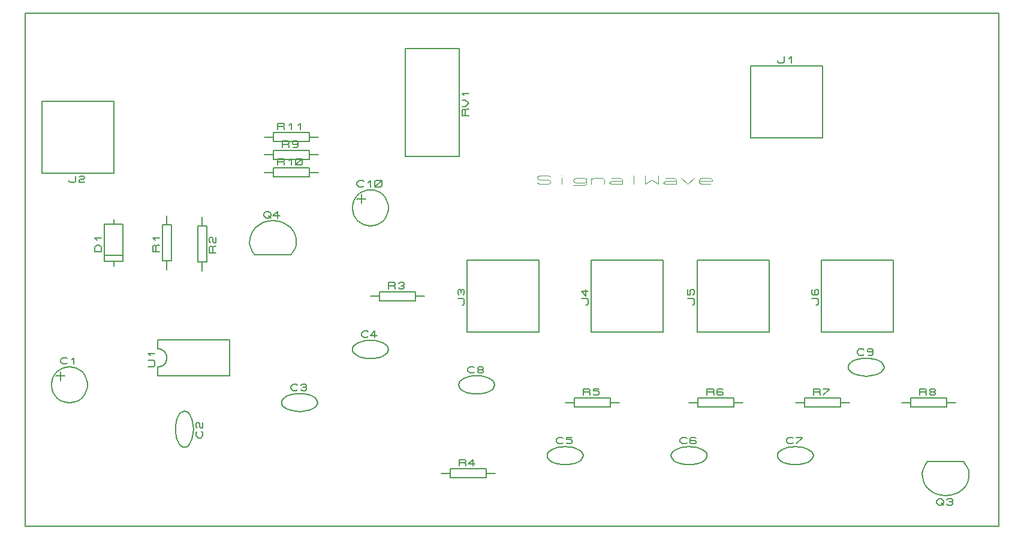
<source format=gbr>
G04 PROTEUS GERBER X2 FILE*
%TF.GenerationSoftware,Labcenter,Proteus,8.13-SP0-Build31525*%
%TF.CreationDate,2022-10-31T03:05:26+00:00*%
%TF.FileFunction,Legend,Top*%
%TF.FilePolarity,Positive*%
%TF.Part,Single*%
%TF.SameCoordinates,{c032f36a-8843-4a41-912d-e50223fc27ad}*%
%FSLAX45Y45*%
%MOMM*%
G01*
%TA.AperFunction,Profile*%
%ADD17C,0.203200*%
%TA.AperFunction,Material*%
%ADD70C,0.203200*%
%ADD71C,0.000010*%
%TD.AperFunction*%
D17*
X-13750000Y+2750000D02*
X+0Y+2750000D01*
X+0Y+10000000D01*
X-13750000Y+10000000D01*
X-13750000Y+2750000D01*
D70*
X-12496000Y+7742000D02*
X-12496000Y+8758000D01*
X-13512000Y+7742000D02*
X-13512000Y+8758000D01*
X-12496000Y+8758000D02*
X-13512000Y+8758000D01*
X-12496000Y+7742000D02*
X-13512000Y+7742000D01*
X-13131000Y+7640400D02*
X-13131000Y+7625160D01*
X-13115125Y+7609920D01*
X-13051625Y+7609920D01*
X-13035750Y+7625160D01*
X-13035750Y+7701360D01*
X-12988125Y+7686120D02*
X-12972250Y+7701360D01*
X-12924625Y+7701360D01*
X-12908750Y+7686120D01*
X-12908750Y+7670880D01*
X-12924625Y+7655640D01*
X-12972250Y+7655640D01*
X-12988125Y+7640400D01*
X-12988125Y+7609920D01*
X-12908750Y+7609920D01*
X-3504000Y+9258000D02*
X-3504000Y+8242000D01*
X-2488000Y+9258000D02*
X-2488000Y+8242000D01*
X-3504000Y+8242000D02*
X-2488000Y+8242000D01*
X-3504000Y+9258000D02*
X-2488000Y+9258000D01*
X-3123000Y+9329120D02*
X-3123000Y+9313880D01*
X-3107125Y+9298640D01*
X-3043625Y+9298640D01*
X-3027750Y+9313880D01*
X-3027750Y+9390080D01*
X-2964250Y+9359600D02*
X-2932500Y+9390080D01*
X-2932500Y+9298640D01*
X-12634620Y+6498920D02*
X-12367920Y+6498920D01*
X-12367920Y+7017080D01*
X-12634620Y+7017080D01*
X-12634620Y+6498920D01*
X-12632080Y+6580200D02*
X-12370460Y+6580200D01*
X-12500000Y+6427800D02*
X-12500000Y+6498920D01*
X-12500000Y+7017080D02*
X-12500000Y+7088200D01*
X-12675260Y+6631000D02*
X-12766700Y+6631000D01*
X-12766700Y+6694500D01*
X-12736220Y+6726250D01*
X-12705740Y+6726250D01*
X-12675260Y+6694500D01*
X-12675260Y+6631000D01*
X-12736220Y+6789750D02*
X-12766700Y+6821500D01*
X-12675260Y+6821500D01*
X-11750000Y+6377000D02*
X-11750000Y+6504000D01*
X-11813500Y+6504000D02*
X-11686500Y+6504000D01*
X-11686500Y+7012000D01*
X-11813500Y+7012000D01*
X-11813500Y+6504000D01*
X-11750000Y+7012000D02*
X-11750000Y+7139000D01*
X-11854140Y+6631000D02*
X-11945580Y+6631000D01*
X-11945580Y+6710375D01*
X-11930340Y+6726250D01*
X-11915100Y+6726250D01*
X-11899860Y+6710375D01*
X-11899860Y+6631000D01*
X-11899860Y+6710375D02*
X-11884620Y+6726250D01*
X-11854140Y+6726250D01*
X-11915100Y+6789750D02*
X-11945580Y+6821500D01*
X-11854140Y+6821500D01*
X-11250000Y+7123000D02*
X-11250000Y+6996000D01*
X-11313500Y+6488000D02*
X-11186500Y+6488000D01*
X-11186500Y+6996000D01*
X-11313500Y+6996000D01*
X-11313500Y+6488000D01*
X-11250000Y+6488000D02*
X-11250000Y+6361000D01*
X-11054420Y+6615000D02*
X-11145860Y+6615000D01*
X-11145860Y+6694375D01*
X-11130620Y+6710250D01*
X-11115380Y+6710250D01*
X-11100140Y+6694375D01*
X-11100140Y+6615000D01*
X-11100140Y+6694375D02*
X-11084900Y+6710250D01*
X-11054420Y+6710250D01*
X-11130620Y+6757875D02*
X-11145860Y+6773750D01*
X-11145860Y+6821375D01*
X-11130620Y+6837250D01*
X-11115380Y+6837250D01*
X-11100140Y+6821375D01*
X-11100140Y+6773750D01*
X-11084900Y+6757875D01*
X-11054420Y+6757875D01*
X-11054420Y+6837250D01*
X-8381000Y+9504000D02*
X-7619000Y+9504000D01*
X-7619000Y+7980000D02*
X-8381000Y+7980000D01*
X-7619000Y+9504000D02*
X-7619000Y+7980000D01*
X-8381000Y+9504000D02*
X-8381000Y+7980000D01*
X-7486920Y+8551500D02*
X-7578360Y+8551500D01*
X-7578360Y+8630875D01*
X-7563120Y+8646750D01*
X-7547880Y+8646750D01*
X-7532640Y+8630875D01*
X-7532640Y+8551500D01*
X-7532640Y+8630875D02*
X-7517400Y+8646750D01*
X-7486920Y+8646750D01*
X-7578360Y+8678500D02*
X-7532640Y+8678500D01*
X-7486920Y+8726125D01*
X-7532640Y+8773750D01*
X-7578360Y+8773750D01*
X-7547880Y+8837250D02*
X-7578360Y+8869000D01*
X-7486920Y+8869000D01*
X-10373000Y+8000000D02*
X-10246000Y+8000000D01*
X-10246000Y+7936500D02*
X-9738000Y+7936500D01*
X-9738000Y+8063500D01*
X-10246000Y+8063500D01*
X-10246000Y+7936500D01*
X-9738000Y+8000000D02*
X-9611000Y+8000000D01*
X-10119000Y+8104140D02*
X-10119000Y+8195580D01*
X-10039625Y+8195580D01*
X-10023750Y+8180340D01*
X-10023750Y+8165100D01*
X-10039625Y+8149860D01*
X-10119000Y+8149860D01*
X-10039625Y+8149860D02*
X-10023750Y+8134620D01*
X-10023750Y+8104140D01*
X-9896750Y+8165100D02*
X-9912625Y+8149860D01*
X-9960250Y+8149860D01*
X-9976125Y+8165100D01*
X-9976125Y+8180340D01*
X-9960250Y+8195580D01*
X-9912625Y+8195580D01*
X-9896750Y+8180340D01*
X-9896750Y+8119380D01*
X-9912625Y+8104140D01*
X-9960250Y+8104140D01*
X-10373000Y+7750000D02*
X-10246000Y+7750000D01*
X-10246000Y+7686500D02*
X-9738000Y+7686500D01*
X-9738000Y+7813500D01*
X-10246000Y+7813500D01*
X-10246000Y+7686500D01*
X-9738000Y+7750000D02*
X-9611000Y+7750000D01*
X-10182500Y+7854140D02*
X-10182500Y+7945580D01*
X-10103125Y+7945580D01*
X-10087250Y+7930340D01*
X-10087250Y+7915100D01*
X-10103125Y+7899860D01*
X-10182500Y+7899860D01*
X-10103125Y+7899860D02*
X-10087250Y+7884620D01*
X-10087250Y+7854140D01*
X-10023750Y+7915100D02*
X-9992000Y+7945580D01*
X-9992000Y+7854140D01*
X-9928500Y+7869380D02*
X-9928500Y+7930340D01*
X-9912625Y+7945580D01*
X-9849125Y+7945580D01*
X-9833250Y+7930340D01*
X-9833250Y+7869380D01*
X-9849125Y+7854140D01*
X-9912625Y+7854140D01*
X-9928500Y+7869380D01*
X-9928500Y+7854140D02*
X-9833250Y+7945580D01*
X-10373000Y+8250000D02*
X-10246000Y+8250000D01*
X-10246000Y+8186500D02*
X-9738000Y+8186500D01*
X-9738000Y+8313500D01*
X-10246000Y+8313500D01*
X-10246000Y+8186500D01*
X-9738000Y+8250000D02*
X-9611000Y+8250000D01*
X-10182500Y+8354140D02*
X-10182500Y+8445580D01*
X-10103125Y+8445580D01*
X-10087250Y+8430340D01*
X-10087250Y+8415100D01*
X-10103125Y+8399860D01*
X-10182500Y+8399860D01*
X-10103125Y+8399860D02*
X-10087250Y+8384620D01*
X-10087250Y+8354140D01*
X-10023750Y+8415100D02*
X-9992000Y+8445580D01*
X-9992000Y+8354140D01*
X-9896750Y+8415100D02*
X-9865000Y+8445580D01*
X-9865000Y+8354140D01*
X-12869000Y+4750000D02*
X-12869827Y+4770483D01*
X-12876545Y+4811450D01*
X-12890563Y+4852417D01*
X-12913341Y+4893384D01*
X-12948141Y+4934229D01*
X-12989108Y+4965845D01*
X-13030075Y+4986392D01*
X-13071042Y+4998629D01*
X-13112009Y+5003762D01*
X-13123000Y+5004000D01*
X-13377000Y+4750000D02*
X-13376173Y+4770483D01*
X-13369455Y+4811450D01*
X-13355437Y+4852417D01*
X-13332659Y+4893384D01*
X-13297859Y+4934229D01*
X-13256892Y+4965845D01*
X-13215925Y+4986392D01*
X-13174958Y+4998629D01*
X-13133991Y+5003762D01*
X-13123000Y+5004000D01*
X-13377000Y+4750000D02*
X-13376173Y+4729517D01*
X-13369455Y+4688550D01*
X-13355437Y+4647583D01*
X-13332659Y+4606616D01*
X-13297859Y+4565771D01*
X-13256892Y+4534155D01*
X-13215925Y+4513608D01*
X-13174958Y+4501371D01*
X-13133991Y+4496238D01*
X-13123000Y+4496000D01*
X-12869000Y+4750000D02*
X-12869827Y+4729517D01*
X-12876545Y+4688550D01*
X-12890563Y+4647583D01*
X-12913341Y+4606616D01*
X-12948141Y+4565771D01*
X-12989108Y+4534155D01*
X-13030075Y+4513608D01*
X-13071042Y+4501371D01*
X-13112009Y+4496238D01*
X-13123000Y+4496000D01*
X-13313500Y+4877000D02*
X-13186500Y+4877000D01*
X-13250000Y+4940500D02*
X-13250000Y+4813500D01*
X-13155670Y+5059880D02*
X-13171545Y+5044640D01*
X-13219170Y+5044640D01*
X-13250920Y+5075120D01*
X-13250920Y+5105600D01*
X-13219170Y+5136080D01*
X-13171545Y+5136080D01*
X-13155670Y+5120840D01*
X-13092170Y+5105600D02*
X-13060420Y+5136080D01*
X-13060420Y+5044640D01*
X-8619000Y+7250000D02*
X-8619827Y+7270483D01*
X-8626545Y+7311450D01*
X-8640563Y+7352417D01*
X-8663341Y+7393384D01*
X-8698141Y+7434229D01*
X-8739108Y+7465845D01*
X-8780075Y+7486392D01*
X-8821042Y+7498629D01*
X-8862009Y+7503762D01*
X-8873000Y+7504000D01*
X-9127000Y+7250000D02*
X-9126173Y+7270483D01*
X-9119455Y+7311450D01*
X-9105437Y+7352417D01*
X-9082659Y+7393384D01*
X-9047859Y+7434229D01*
X-9006892Y+7465845D01*
X-8965925Y+7486392D01*
X-8924958Y+7498629D01*
X-8883991Y+7503762D01*
X-8873000Y+7504000D01*
X-9127000Y+7250000D02*
X-9126173Y+7229517D01*
X-9119455Y+7188550D01*
X-9105437Y+7147583D01*
X-9082659Y+7106616D01*
X-9047859Y+7065771D01*
X-9006892Y+7034155D01*
X-8965925Y+7013608D01*
X-8924958Y+7001371D01*
X-8883991Y+6996238D01*
X-8873000Y+6996000D01*
X-8619000Y+7250000D02*
X-8619827Y+7229517D01*
X-8626545Y+7188550D01*
X-8640563Y+7147583D01*
X-8663341Y+7106616D01*
X-8698141Y+7065771D01*
X-8739108Y+7034155D01*
X-8780075Y+7013608D01*
X-8821042Y+7001371D01*
X-8862009Y+6996238D01*
X-8873000Y+6996000D01*
X-9063500Y+7377000D02*
X-8936500Y+7377000D01*
X-9000000Y+7440500D02*
X-9000000Y+7313500D01*
X-8969170Y+7559880D02*
X-8985045Y+7544640D01*
X-9032670Y+7544640D01*
X-9064420Y+7575120D01*
X-9064420Y+7605600D01*
X-9032670Y+7636080D01*
X-8985045Y+7636080D01*
X-8969170Y+7620840D01*
X-8905670Y+7605600D02*
X-8873920Y+7636080D01*
X-8873920Y+7544640D01*
X-8810420Y+7559880D02*
X-8810420Y+7620840D01*
X-8794545Y+7636080D01*
X-8731045Y+7636080D01*
X-8715170Y+7620840D01*
X-8715170Y+7559880D01*
X-8731045Y+7544640D01*
X-8794545Y+7544640D01*
X-8810420Y+7559880D01*
X-8810420Y+7544640D02*
X-8715170Y+7636080D01*
X-496000Y+3665100D02*
X-1004000Y+3665100D01*
X-419800Y+3500000D02*
X-424562Y+3538298D01*
X-438850Y+3577788D01*
X-462662Y+3619658D01*
X-496000Y+3665100D01*
X-419800Y+3500000D02*
X-422431Y+3435082D01*
X-438912Y+3375047D01*
X-467839Y+3321058D01*
X-507807Y+3274278D01*
X-557412Y+3235869D01*
X-615249Y+3206995D01*
X-679913Y+3188817D01*
X-750000Y+3182500D01*
X-1080200Y+3500000D02*
X-1075438Y+3538298D01*
X-1061150Y+3577788D01*
X-1037338Y+3619658D01*
X-1004000Y+3665100D01*
X-1080200Y+3500000D02*
X-1077569Y+3435082D01*
X-1061088Y+3375047D01*
X-1032161Y+3321058D01*
X-992193Y+3274278D01*
X-942588Y+3235869D01*
X-884751Y+3206995D01*
X-820087Y+3188817D01*
X-750000Y+3182500D01*
X-877000Y+3111380D02*
X-845250Y+3141860D01*
X-813500Y+3141860D01*
X-781750Y+3111380D01*
X-781750Y+3080900D01*
X-813500Y+3050420D01*
X-845250Y+3050420D01*
X-877000Y+3080900D01*
X-877000Y+3111380D01*
X-813500Y+3080900D02*
X-781750Y+3050420D01*
X-734125Y+3126620D02*
X-718250Y+3141860D01*
X-670625Y+3141860D01*
X-654750Y+3126620D01*
X-654750Y+3111380D01*
X-670625Y+3096140D01*
X-654750Y+3080900D01*
X-654750Y+3065660D01*
X-670625Y+3050420D01*
X-718250Y+3050420D01*
X-734125Y+3065660D01*
X-702375Y+3096140D02*
X-670625Y+3096140D01*
X-11877000Y+5258000D02*
X-11877000Y+5385000D01*
X-10861000Y+5385000D01*
X-10861000Y+4877000D01*
X-11877000Y+4877000D01*
X-11877000Y+5004000D01*
X-11750000Y+5131000D02*
X-11752436Y+5156876D01*
X-11759485Y+5180848D01*
X-11770762Y+5202438D01*
X-11785878Y+5221170D01*
X-11804446Y+5236569D01*
X-11826081Y+5248158D01*
X-11850394Y+5255460D01*
X-11877000Y+5258000D01*
X-11750000Y+5131000D02*
X-11752436Y+5104394D01*
X-11759485Y+5080081D01*
X-11770762Y+5058446D01*
X-11785878Y+5039878D01*
X-11804446Y+5024762D01*
X-11826081Y+5013485D01*
X-11850394Y+5006436D01*
X-11877000Y+5004000D01*
X-12009080Y+5004000D02*
X-11932880Y+5004000D01*
X-11917640Y+5019875D01*
X-11917640Y+5083375D01*
X-11932880Y+5099250D01*
X-12009080Y+5099250D01*
X-11978600Y+5162750D02*
X-12009080Y+5194500D01*
X-11917640Y+5194500D01*
X-7508000Y+5496000D02*
X-6492000Y+5496000D01*
X-7508000Y+6512000D02*
X-6492000Y+6512000D01*
X-6492000Y+5496000D02*
X-6492000Y+6512000D01*
X-7508000Y+5496000D02*
X-7508000Y+6512000D01*
X-7579120Y+5877000D02*
X-7563880Y+5877000D01*
X-7548640Y+5892875D01*
X-7548640Y+5956375D01*
X-7563880Y+5972250D01*
X-7640080Y+5972250D01*
X-7624840Y+6019875D02*
X-7640080Y+6035750D01*
X-7640080Y+6083375D01*
X-7624840Y+6099250D01*
X-7609600Y+6099250D01*
X-7594360Y+6083375D01*
X-7579120Y+6099250D01*
X-7563880Y+6099250D01*
X-7548640Y+6083375D01*
X-7548640Y+6035750D01*
X-7563880Y+6019875D01*
X-7594360Y+6051625D02*
X-7594360Y+6083375D01*
X-5758000Y+5496000D02*
X-4742000Y+5496000D01*
X-5758000Y+6512000D02*
X-4742000Y+6512000D01*
X-4742000Y+5496000D02*
X-4742000Y+6512000D01*
X-5758000Y+5496000D02*
X-5758000Y+6512000D01*
X-5829120Y+5877000D02*
X-5813880Y+5877000D01*
X-5798640Y+5892875D01*
X-5798640Y+5956375D01*
X-5813880Y+5972250D01*
X-5890080Y+5972250D01*
X-5829120Y+6099250D02*
X-5829120Y+6004000D01*
X-5890080Y+6067500D01*
X-5798640Y+6067500D01*
X-4258000Y+5496000D02*
X-3242000Y+5496000D01*
X-4258000Y+6512000D02*
X-3242000Y+6512000D01*
X-3242000Y+5496000D02*
X-3242000Y+6512000D01*
X-4258000Y+5496000D02*
X-4258000Y+6512000D01*
X-4329120Y+5877000D02*
X-4313880Y+5877000D01*
X-4298640Y+5892875D01*
X-4298640Y+5956375D01*
X-4313880Y+5972250D01*
X-4390080Y+5972250D01*
X-4390080Y+6099250D02*
X-4390080Y+6019875D01*
X-4359600Y+6019875D01*
X-4359600Y+6083375D01*
X-4344360Y+6099250D01*
X-4313880Y+6099250D01*
X-4298640Y+6083375D01*
X-4298640Y+6035750D01*
X-4313880Y+6019875D01*
X-2508000Y+5496000D02*
X-1492000Y+5496000D01*
X-2508000Y+6512000D02*
X-1492000Y+6512000D01*
X-1492000Y+5496000D02*
X-1492000Y+6512000D01*
X-2508000Y+5496000D02*
X-2508000Y+6512000D01*
X-2579120Y+5877000D02*
X-2563880Y+5877000D01*
X-2548640Y+5892875D01*
X-2548640Y+5956375D01*
X-2563880Y+5972250D01*
X-2640080Y+5972250D01*
X-2624840Y+6099250D02*
X-2640080Y+6083375D01*
X-2640080Y+6035750D01*
X-2624840Y+6019875D01*
X-2563880Y+6019875D01*
X-2548640Y+6035750D01*
X-2548640Y+6083375D01*
X-2563880Y+6099250D01*
X-2579120Y+6099250D01*
X-2594360Y+6083375D01*
X-2594360Y+6019875D01*
X-11500000Y+4377000D02*
X-11474124Y+4371920D01*
X-11450152Y+4357315D01*
X-11428562Y+4334138D01*
X-11409830Y+4303340D01*
X-11394431Y+4265875D01*
X-11382842Y+4222695D01*
X-11375540Y+4174752D01*
X-11373000Y+4123000D01*
X-11500000Y+3869000D02*
X-11474124Y+3874080D01*
X-11450152Y+3888685D01*
X-11428562Y+3911862D01*
X-11409830Y+3942660D01*
X-11394431Y+3980125D01*
X-11382842Y+4023305D01*
X-11375540Y+4071248D01*
X-11373000Y+4123000D01*
X-11500000Y+4377000D02*
X-11525876Y+4371920D01*
X-11549848Y+4357315D01*
X-11571438Y+4334138D01*
X-11590170Y+4303340D01*
X-11605569Y+4265875D01*
X-11617158Y+4222695D01*
X-11624460Y+4174752D01*
X-11627000Y+4123000D01*
X-11500000Y+3869000D02*
X-11525876Y+3874080D01*
X-11549848Y+3888685D01*
X-11571438Y+3911862D01*
X-11590170Y+3942660D01*
X-11605569Y+3980125D01*
X-11617158Y+4023305D01*
X-11624460Y+4071248D01*
X-11627000Y+4123000D01*
X-11256160Y+4091250D02*
X-11240920Y+4075375D01*
X-11240920Y+4027750D01*
X-11271400Y+3996000D01*
X-11301880Y+3996000D01*
X-11332360Y+4027750D01*
X-11332360Y+4075375D01*
X-11317120Y+4091250D01*
X-11317120Y+4138875D02*
X-11332360Y+4154750D01*
X-11332360Y+4202375D01*
X-11317120Y+4218250D01*
X-11301880Y+4218250D01*
X-11286640Y+4202375D01*
X-11286640Y+4154750D01*
X-11271400Y+4138875D01*
X-11240920Y+4138875D01*
X-11240920Y+4218250D01*
X-6123000Y+4500000D02*
X-5996000Y+4500000D01*
X-5996000Y+4436500D02*
X-5488000Y+4436500D01*
X-5488000Y+4563500D01*
X-5996000Y+4563500D01*
X-5996000Y+4436500D01*
X-5488000Y+4500000D02*
X-5361000Y+4500000D01*
X-5869000Y+4604140D02*
X-5869000Y+4695580D01*
X-5789625Y+4695580D01*
X-5773750Y+4680340D01*
X-5773750Y+4665100D01*
X-5789625Y+4649860D01*
X-5869000Y+4649860D01*
X-5789625Y+4649860D02*
X-5773750Y+4634620D01*
X-5773750Y+4604140D01*
X-5646750Y+4695580D02*
X-5726125Y+4695580D01*
X-5726125Y+4665100D01*
X-5662625Y+4665100D01*
X-5646750Y+4649860D01*
X-5646750Y+4619380D01*
X-5662625Y+4604140D01*
X-5710250Y+4604140D01*
X-5726125Y+4619380D01*
X-4373000Y+4500000D02*
X-4246000Y+4500000D01*
X-4246000Y+4436500D02*
X-3738000Y+4436500D01*
X-3738000Y+4563500D01*
X-4246000Y+4563500D01*
X-4246000Y+4436500D01*
X-3738000Y+4500000D02*
X-3611000Y+4500000D01*
X-4119000Y+4604140D02*
X-4119000Y+4695580D01*
X-4039625Y+4695580D01*
X-4023750Y+4680340D01*
X-4023750Y+4665100D01*
X-4039625Y+4649860D01*
X-4119000Y+4649860D01*
X-4039625Y+4649860D02*
X-4023750Y+4634620D01*
X-4023750Y+4604140D01*
X-3896750Y+4680340D02*
X-3912625Y+4695580D01*
X-3960250Y+4695580D01*
X-3976125Y+4680340D01*
X-3976125Y+4619380D01*
X-3960250Y+4604140D01*
X-3912625Y+4604140D01*
X-3896750Y+4619380D01*
X-3896750Y+4634620D01*
X-3912625Y+4649860D01*
X-3976125Y+4649860D01*
X-2873000Y+4500000D02*
X-2746000Y+4500000D01*
X-2746000Y+4436500D02*
X-2238000Y+4436500D01*
X-2238000Y+4563500D01*
X-2746000Y+4563500D01*
X-2746000Y+4436500D01*
X-2238000Y+4500000D02*
X-2111000Y+4500000D01*
X-2619000Y+4604140D02*
X-2619000Y+4695580D01*
X-2539625Y+4695580D01*
X-2523750Y+4680340D01*
X-2523750Y+4665100D01*
X-2539625Y+4649860D01*
X-2619000Y+4649860D01*
X-2539625Y+4649860D02*
X-2523750Y+4634620D01*
X-2523750Y+4604140D01*
X-2476125Y+4695580D02*
X-2396750Y+4695580D01*
X-2396750Y+4680340D01*
X-2476125Y+4604140D01*
X-1373000Y+4500000D02*
X-1246000Y+4500000D01*
X-1246000Y+4436500D02*
X-738000Y+4436500D01*
X-738000Y+4563500D01*
X-1246000Y+4563500D01*
X-1246000Y+4436500D01*
X-738000Y+4500000D02*
X-611000Y+4500000D01*
X-1119000Y+4604140D02*
X-1119000Y+4695580D01*
X-1039625Y+4695580D01*
X-1023750Y+4680340D01*
X-1023750Y+4665100D01*
X-1039625Y+4649860D01*
X-1119000Y+4649860D01*
X-1039625Y+4649860D02*
X-1023750Y+4634620D01*
X-1023750Y+4604140D01*
X-960250Y+4649860D02*
X-976125Y+4665100D01*
X-976125Y+4680340D01*
X-960250Y+4695580D01*
X-912625Y+4695580D01*
X-896750Y+4680340D01*
X-896750Y+4665100D01*
X-912625Y+4649860D01*
X-960250Y+4649860D01*
X-976125Y+4634620D01*
X-976125Y+4619380D01*
X-960250Y+4604140D01*
X-912625Y+4604140D01*
X-896750Y+4619380D01*
X-896750Y+4634620D01*
X-912625Y+4649860D01*
X-10504000Y+6584900D02*
X-9996000Y+6584900D01*
X-10580200Y+6750000D02*
X-10575438Y+6711702D01*
X-10561150Y+6672212D01*
X-10537338Y+6630342D01*
X-10504000Y+6584900D01*
X-10580200Y+6750000D02*
X-10577569Y+6814918D01*
X-10561088Y+6874953D01*
X-10532161Y+6928942D01*
X-10492193Y+6975722D01*
X-10442588Y+7014131D01*
X-10384751Y+7043005D01*
X-10320087Y+7061183D01*
X-10250000Y+7067500D01*
X-9919800Y+6750000D02*
X-9924562Y+6711702D01*
X-9938850Y+6672212D01*
X-9962662Y+6630342D01*
X-9996000Y+6584900D01*
X-9919800Y+6750000D02*
X-9922431Y+6814918D01*
X-9938912Y+6874953D01*
X-9967839Y+6928942D01*
X-10007807Y+6975722D01*
X-10057412Y+7014131D01*
X-10115249Y+7043005D01*
X-10179913Y+7061183D01*
X-10250000Y+7067500D01*
X-10377000Y+7169100D02*
X-10345250Y+7199580D01*
X-10313500Y+7199580D01*
X-10281750Y+7169100D01*
X-10281750Y+7138620D01*
X-10313500Y+7108140D01*
X-10345250Y+7108140D01*
X-10377000Y+7138620D01*
X-10377000Y+7169100D01*
X-10313500Y+7138620D02*
X-10281750Y+7108140D01*
X-10154750Y+7138620D02*
X-10250000Y+7138620D01*
X-10186500Y+7199580D01*
X-10186500Y+7108140D01*
X-6377000Y+3750000D02*
X-6371920Y+3775876D01*
X-6357315Y+3799848D01*
X-6334138Y+3821438D01*
X-6303340Y+3840170D01*
X-6265875Y+3855569D01*
X-6222695Y+3867158D01*
X-6174752Y+3874460D01*
X-6123000Y+3877000D01*
X-5869000Y+3750000D02*
X-5874080Y+3775876D01*
X-5888685Y+3799848D01*
X-5911862Y+3821438D01*
X-5942660Y+3840170D01*
X-5980125Y+3855569D01*
X-6023305Y+3867158D01*
X-6071248Y+3874460D01*
X-6123000Y+3877000D01*
X-6377000Y+3750000D02*
X-6371920Y+3724124D01*
X-6357315Y+3700152D01*
X-6334138Y+3678562D01*
X-6303340Y+3659830D01*
X-6265875Y+3644431D01*
X-6222695Y+3632842D01*
X-6174752Y+3625540D01*
X-6123000Y+3623000D01*
X-5869000Y+3750000D02*
X-5874080Y+3724124D01*
X-5888685Y+3700152D01*
X-5911862Y+3678562D01*
X-5942660Y+3659830D01*
X-5980125Y+3644431D01*
X-6023305Y+3632842D01*
X-6071248Y+3625540D01*
X-6123000Y+3623000D01*
X-6154750Y+3932880D02*
X-6170625Y+3917640D01*
X-6218250Y+3917640D01*
X-6250000Y+3948120D01*
X-6250000Y+3978600D01*
X-6218250Y+4009080D01*
X-6170625Y+4009080D01*
X-6154750Y+3993840D01*
X-6027750Y+4009080D02*
X-6107125Y+4009080D01*
X-6107125Y+3978600D01*
X-6043625Y+3978600D01*
X-6027750Y+3963360D01*
X-6027750Y+3932880D01*
X-6043625Y+3917640D01*
X-6091250Y+3917640D01*
X-6107125Y+3932880D01*
X-4627000Y+3750000D02*
X-4621920Y+3775876D01*
X-4607315Y+3799848D01*
X-4584138Y+3821438D01*
X-4553340Y+3840170D01*
X-4515875Y+3855569D01*
X-4472695Y+3867158D01*
X-4424752Y+3874460D01*
X-4373000Y+3877000D01*
X-4119000Y+3750000D02*
X-4124080Y+3775876D01*
X-4138685Y+3799848D01*
X-4161862Y+3821438D01*
X-4192660Y+3840170D01*
X-4230125Y+3855569D01*
X-4273305Y+3867158D01*
X-4321248Y+3874460D01*
X-4373000Y+3877000D01*
X-4627000Y+3750000D02*
X-4621920Y+3724124D01*
X-4607315Y+3700152D01*
X-4584138Y+3678562D01*
X-4553340Y+3659830D01*
X-4515875Y+3644431D01*
X-4472695Y+3632842D01*
X-4424752Y+3625540D01*
X-4373000Y+3623000D01*
X-4119000Y+3750000D02*
X-4124080Y+3724124D01*
X-4138685Y+3700152D01*
X-4161862Y+3678562D01*
X-4192660Y+3659830D01*
X-4230125Y+3644431D01*
X-4273305Y+3632842D01*
X-4321248Y+3625540D01*
X-4373000Y+3623000D01*
X-4404750Y+3932880D02*
X-4420625Y+3917640D01*
X-4468250Y+3917640D01*
X-4500000Y+3948120D01*
X-4500000Y+3978600D01*
X-4468250Y+4009080D01*
X-4420625Y+4009080D01*
X-4404750Y+3993840D01*
X-4277750Y+3993840D02*
X-4293625Y+4009080D01*
X-4341250Y+4009080D01*
X-4357125Y+3993840D01*
X-4357125Y+3932880D01*
X-4341250Y+3917640D01*
X-4293625Y+3917640D01*
X-4277750Y+3932880D01*
X-4277750Y+3948120D01*
X-4293625Y+3963360D01*
X-4357125Y+3963360D01*
X-3127000Y+3750000D02*
X-3121920Y+3775876D01*
X-3107315Y+3799848D01*
X-3084138Y+3821438D01*
X-3053340Y+3840170D01*
X-3015875Y+3855569D01*
X-2972695Y+3867158D01*
X-2924752Y+3874460D01*
X-2873000Y+3877000D01*
X-2619000Y+3750000D02*
X-2624080Y+3775876D01*
X-2638685Y+3799848D01*
X-2661862Y+3821438D01*
X-2692660Y+3840170D01*
X-2730125Y+3855569D01*
X-2773305Y+3867158D01*
X-2821248Y+3874460D01*
X-2873000Y+3877000D01*
X-3127000Y+3750000D02*
X-3121920Y+3724124D01*
X-3107315Y+3700152D01*
X-3084138Y+3678562D01*
X-3053340Y+3659830D01*
X-3015875Y+3644431D01*
X-2972695Y+3632842D01*
X-2924752Y+3625540D01*
X-2873000Y+3623000D01*
X-2619000Y+3750000D02*
X-2624080Y+3724124D01*
X-2638685Y+3700152D01*
X-2661862Y+3678562D01*
X-2692660Y+3659830D01*
X-2730125Y+3644431D01*
X-2773305Y+3632842D01*
X-2821248Y+3625540D01*
X-2873000Y+3623000D01*
X-2904750Y+3932880D02*
X-2920625Y+3917640D01*
X-2968250Y+3917640D01*
X-3000000Y+3948120D01*
X-3000000Y+3978600D01*
X-2968250Y+4009080D01*
X-2920625Y+4009080D01*
X-2904750Y+3993840D01*
X-2857125Y+4009080D02*
X-2777750Y+4009080D01*
X-2777750Y+3993840D01*
X-2857125Y+3917640D01*
X-7627000Y+4750000D02*
X-7621920Y+4775876D01*
X-7607315Y+4799848D01*
X-7584138Y+4821438D01*
X-7553340Y+4840170D01*
X-7515875Y+4855569D01*
X-7472695Y+4867158D01*
X-7424752Y+4874460D01*
X-7373000Y+4877000D01*
X-7119000Y+4750000D02*
X-7124080Y+4775876D01*
X-7138685Y+4799848D01*
X-7161862Y+4821438D01*
X-7192660Y+4840170D01*
X-7230125Y+4855569D01*
X-7273305Y+4867158D01*
X-7321248Y+4874460D01*
X-7373000Y+4877000D01*
X-7627000Y+4750000D02*
X-7621920Y+4724124D01*
X-7607315Y+4700152D01*
X-7584138Y+4678562D01*
X-7553340Y+4659830D01*
X-7515875Y+4644431D01*
X-7472695Y+4632842D01*
X-7424752Y+4625540D01*
X-7373000Y+4623000D01*
X-7119000Y+4750000D02*
X-7124080Y+4724124D01*
X-7138685Y+4700152D01*
X-7161862Y+4678562D01*
X-7192660Y+4659830D01*
X-7230125Y+4644431D01*
X-7273305Y+4632842D01*
X-7321248Y+4625540D01*
X-7373000Y+4623000D01*
X-7404750Y+4932880D02*
X-7420625Y+4917640D01*
X-7468250Y+4917640D01*
X-7500000Y+4948120D01*
X-7500000Y+4978600D01*
X-7468250Y+5009080D01*
X-7420625Y+5009080D01*
X-7404750Y+4993840D01*
X-7341250Y+4963360D02*
X-7357125Y+4978600D01*
X-7357125Y+4993840D01*
X-7341250Y+5009080D01*
X-7293625Y+5009080D01*
X-7277750Y+4993840D01*
X-7277750Y+4978600D01*
X-7293625Y+4963360D01*
X-7341250Y+4963360D01*
X-7357125Y+4948120D01*
X-7357125Y+4932880D01*
X-7341250Y+4917640D01*
X-7293625Y+4917640D01*
X-7277750Y+4932880D01*
X-7277750Y+4948120D01*
X-7293625Y+4963360D01*
X-10127000Y+4500000D02*
X-10121920Y+4525876D01*
X-10107315Y+4549848D01*
X-10084138Y+4571438D01*
X-10053340Y+4590170D01*
X-10015875Y+4605569D01*
X-9972695Y+4617158D01*
X-9924752Y+4624460D01*
X-9873000Y+4627000D01*
X-9619000Y+4500000D02*
X-9624080Y+4525876D01*
X-9638685Y+4549848D01*
X-9661862Y+4571438D01*
X-9692660Y+4590170D01*
X-9730125Y+4605569D01*
X-9773305Y+4617158D01*
X-9821248Y+4624460D01*
X-9873000Y+4627000D01*
X-10127000Y+4500000D02*
X-10121920Y+4474124D01*
X-10107315Y+4450152D01*
X-10084138Y+4428562D01*
X-10053340Y+4409830D01*
X-10015875Y+4394431D01*
X-9972695Y+4382842D01*
X-9924752Y+4375540D01*
X-9873000Y+4373000D01*
X-9619000Y+4500000D02*
X-9624080Y+4474124D01*
X-9638685Y+4450152D01*
X-9661862Y+4428562D01*
X-9692660Y+4409830D01*
X-9730125Y+4394431D01*
X-9773305Y+4382842D01*
X-9821248Y+4375540D01*
X-9873000Y+4373000D01*
X-9904750Y+4682880D02*
X-9920625Y+4667640D01*
X-9968250Y+4667640D01*
X-10000000Y+4698120D01*
X-10000000Y+4728600D01*
X-9968250Y+4759080D01*
X-9920625Y+4759080D01*
X-9904750Y+4743840D01*
X-9857125Y+4743840D02*
X-9841250Y+4759080D01*
X-9793625Y+4759080D01*
X-9777750Y+4743840D01*
X-9777750Y+4728600D01*
X-9793625Y+4713360D01*
X-9777750Y+4698120D01*
X-9777750Y+4682880D01*
X-9793625Y+4667640D01*
X-9841250Y+4667640D01*
X-9857125Y+4682880D01*
X-9825375Y+4713360D02*
X-9793625Y+4713360D01*
X-9127000Y+5250000D02*
X-9121920Y+5275876D01*
X-9107315Y+5299848D01*
X-9084138Y+5321438D01*
X-9053340Y+5340170D01*
X-9015875Y+5355569D01*
X-8972695Y+5367158D01*
X-8924752Y+5374460D01*
X-8873000Y+5377000D01*
X-8619000Y+5250000D02*
X-8624080Y+5275876D01*
X-8638685Y+5299848D01*
X-8661862Y+5321438D01*
X-8692660Y+5340170D01*
X-8730125Y+5355569D01*
X-8773305Y+5367158D01*
X-8821248Y+5374460D01*
X-8873000Y+5377000D01*
X-9127000Y+5250000D02*
X-9121920Y+5224124D01*
X-9107315Y+5200152D01*
X-9084138Y+5178562D01*
X-9053340Y+5159830D01*
X-9015875Y+5144431D01*
X-8972695Y+5132842D01*
X-8924752Y+5125540D01*
X-8873000Y+5123000D01*
X-8619000Y+5250000D02*
X-8624080Y+5224124D01*
X-8638685Y+5200152D01*
X-8661862Y+5178562D01*
X-8692660Y+5159830D01*
X-8730125Y+5144431D01*
X-8773305Y+5132842D01*
X-8821248Y+5125540D01*
X-8873000Y+5123000D01*
X-8904750Y+5432880D02*
X-8920625Y+5417640D01*
X-8968250Y+5417640D01*
X-9000000Y+5448120D01*
X-9000000Y+5478600D01*
X-8968250Y+5509080D01*
X-8920625Y+5509080D01*
X-8904750Y+5493840D01*
X-8777750Y+5448120D02*
X-8873000Y+5448120D01*
X-8809500Y+5509080D01*
X-8809500Y+5417640D01*
X-7873000Y+3500000D02*
X-7746000Y+3500000D01*
X-7746000Y+3436500D02*
X-7238000Y+3436500D01*
X-7238000Y+3563500D01*
X-7746000Y+3563500D01*
X-7746000Y+3436500D01*
X-7238000Y+3500000D02*
X-7111000Y+3500000D01*
X-7619000Y+3604140D02*
X-7619000Y+3695580D01*
X-7539625Y+3695580D01*
X-7523750Y+3680340D01*
X-7523750Y+3665100D01*
X-7539625Y+3649860D01*
X-7619000Y+3649860D01*
X-7539625Y+3649860D02*
X-7523750Y+3634620D01*
X-7523750Y+3604140D01*
X-7396750Y+3634620D02*
X-7492000Y+3634620D01*
X-7428500Y+3695580D01*
X-7428500Y+3604140D01*
X-2127000Y+5000000D02*
X-2121920Y+5025876D01*
X-2107315Y+5049848D01*
X-2084138Y+5071438D01*
X-2053340Y+5090170D01*
X-2015875Y+5105569D01*
X-1972695Y+5117158D01*
X-1924752Y+5124460D01*
X-1873000Y+5127000D01*
X-1619000Y+5000000D02*
X-1624080Y+5025876D01*
X-1638685Y+5049848D01*
X-1661862Y+5071438D01*
X-1692660Y+5090170D01*
X-1730125Y+5105569D01*
X-1773305Y+5117158D01*
X-1821248Y+5124460D01*
X-1873000Y+5127000D01*
X-2127000Y+5000000D02*
X-2121920Y+4974124D01*
X-2107315Y+4950152D01*
X-2084138Y+4928562D01*
X-2053340Y+4909830D01*
X-2015875Y+4894431D01*
X-1972695Y+4882842D01*
X-1924752Y+4875540D01*
X-1873000Y+4873000D01*
X-1619000Y+5000000D02*
X-1624080Y+4974124D01*
X-1638685Y+4950152D01*
X-1661862Y+4928562D01*
X-1692660Y+4909830D01*
X-1730125Y+4894431D01*
X-1773305Y+4882842D01*
X-1821248Y+4875540D01*
X-1873000Y+4873000D01*
X-1904750Y+5182880D02*
X-1920625Y+5167640D01*
X-1968250Y+5167640D01*
X-2000000Y+5198120D01*
X-2000000Y+5228600D01*
X-1968250Y+5259080D01*
X-1920625Y+5259080D01*
X-1904750Y+5243840D01*
X-1777750Y+5228600D02*
X-1793625Y+5213360D01*
X-1841250Y+5213360D01*
X-1857125Y+5228600D01*
X-1857125Y+5243840D01*
X-1841250Y+5259080D01*
X-1793625Y+5259080D01*
X-1777750Y+5243840D01*
X-1777750Y+5182880D01*
X-1793625Y+5167640D01*
X-1841250Y+5167640D01*
X-8873000Y+6000000D02*
X-8746000Y+6000000D01*
X-8746000Y+5936500D02*
X-8238000Y+5936500D01*
X-8238000Y+6063500D01*
X-8746000Y+6063500D01*
X-8746000Y+5936500D01*
X-8238000Y+6000000D02*
X-8111000Y+6000000D01*
X-8619000Y+6104140D02*
X-8619000Y+6195580D01*
X-8539625Y+6195580D01*
X-8523750Y+6180340D01*
X-8523750Y+6165100D01*
X-8539625Y+6149860D01*
X-8619000Y+6149860D01*
X-8539625Y+6149860D02*
X-8523750Y+6134620D01*
X-8523750Y+6104140D01*
X-8476125Y+6180340D02*
X-8460250Y+6195580D01*
X-8412625Y+6195580D01*
X-8396750Y+6180340D01*
X-8396750Y+6165100D01*
X-8412625Y+6149860D01*
X-8396750Y+6134620D01*
X-8396750Y+6119380D01*
X-8412625Y+6104140D01*
X-8460250Y+6104140D01*
X-8476125Y+6119380D01*
X-8444375Y+6149860D02*
X-8412625Y+6149860D01*
D71*
X-6520000Y+7607760D02*
X-6488250Y+7587440D01*
X-6361250Y+7587440D01*
X-6329500Y+7607760D01*
X-6329500Y+7628080D01*
X-6361250Y+7648400D01*
X-6488250Y+7648400D01*
X-6520000Y+7668720D01*
X-6520000Y+7689040D01*
X-6488250Y+7709360D01*
X-6361250Y+7709360D01*
X-6329500Y+7689040D01*
X-6170750Y+7668720D02*
X-6170750Y+7587440D01*
X-6170750Y+7709360D02*
X-6170750Y+7709360D01*
X-5821500Y+7648400D02*
X-5853250Y+7668720D01*
X-5980250Y+7668720D01*
X-6012000Y+7648400D01*
X-6012000Y+7628080D01*
X-5980250Y+7607760D01*
X-5853250Y+7607760D01*
X-5821500Y+7628080D01*
X-5821500Y+7668720D02*
X-5821500Y+7587440D01*
X-5853250Y+7567120D01*
X-6012000Y+7567120D01*
X-5758000Y+7587440D02*
X-5758000Y+7668720D01*
X-5758000Y+7648400D02*
X-5726250Y+7668720D01*
X-5599250Y+7668720D01*
X-5567500Y+7648400D01*
X-5567500Y+7587440D01*
X-5472250Y+7668720D02*
X-5345250Y+7668720D01*
X-5313500Y+7648400D01*
X-5313500Y+7587440D01*
X-5472250Y+7587440D01*
X-5504000Y+7607760D01*
X-5472250Y+7628080D01*
X-5313500Y+7628080D01*
X-5154750Y+7709360D02*
X-5154750Y+7587440D01*
X-4996000Y+7709360D02*
X-4996000Y+7587440D01*
X-4900750Y+7648400D01*
X-4805500Y+7587440D01*
X-4805500Y+7709360D01*
X-4710250Y+7668720D02*
X-4583250Y+7668720D01*
X-4551500Y+7648400D01*
X-4551500Y+7587440D01*
X-4710250Y+7587440D01*
X-4742000Y+7607760D01*
X-4710250Y+7628080D01*
X-4551500Y+7628080D01*
X-4488000Y+7668720D02*
X-4392750Y+7587440D01*
X-4297500Y+7668720D01*
X-4234000Y+7628080D02*
X-4043500Y+7628080D01*
X-4043500Y+7648400D01*
X-4075250Y+7668720D01*
X-4202250Y+7668720D01*
X-4234000Y+7648400D01*
X-4234000Y+7607760D01*
X-4202250Y+7587440D01*
X-4075250Y+7587440D01*
M02*

</source>
